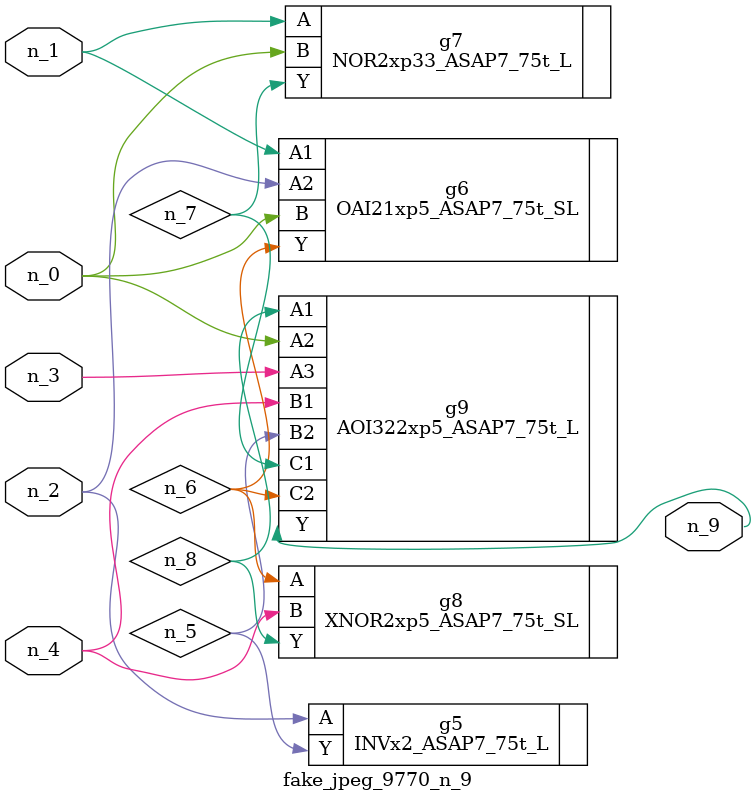
<source format=v>
module fake_jpeg_9770_n_9 (n_3, n_2, n_1, n_0, n_4, n_9);

input n_3;
input n_2;
input n_1;
input n_0;
input n_4;

output n_9;

wire n_8;
wire n_6;
wire n_5;
wire n_7;

INVx2_ASAP7_75t_L g5 ( 
.A(n_2),
.Y(n_5)
);

OAI21xp5_ASAP7_75t_SL g6 ( 
.A1(n_1),
.A2(n_2),
.B(n_0),
.Y(n_6)
);

NOR2xp33_ASAP7_75t_L g7 ( 
.A(n_1),
.B(n_0),
.Y(n_7)
);

XNOR2xp5_ASAP7_75t_SL g8 ( 
.A(n_6),
.B(n_4),
.Y(n_8)
);

AOI322xp5_ASAP7_75t_L g9 ( 
.A1(n_8),
.A2(n_0),
.A3(n_3),
.B1(n_4),
.B2(n_5),
.C1(n_7),
.C2(n_6),
.Y(n_9)
);


endmodule
</source>
